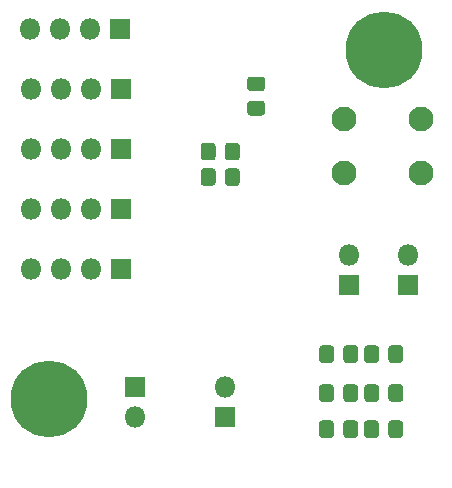
<source format=gbr>
%TF.GenerationSoftware,KiCad,Pcbnew,(5.1.6)-1*%
%TF.CreationDate,2020-09-17T21:49:40+02:00*%
%TF.ProjectId,gpioexpander5,6770696f-6578-4706-916e-646572352e6b,rev?*%
%TF.SameCoordinates,Original*%
%TF.FileFunction,Soldermask,Bot*%
%TF.FilePolarity,Negative*%
%FSLAX46Y46*%
G04 Gerber Fmt 4.6, Leading zero omitted, Abs format (unit mm)*
G04 Created by KiCad (PCBNEW (5.1.6)-1) date 2020-09-17 21:49:40*
%MOMM*%
%LPD*%
G01*
G04 APERTURE LIST*
%ADD10C,2.100000*%
%ADD11O,1.800000X1.800000*%
%ADD12R,1.800000X1.800000*%
%ADD13C,6.500000*%
G04 APERTURE END LIST*
D10*
%TO.C,SW1*%
X136375000Y-63627000D03*
X136375000Y-59127000D03*
X142875000Y-63627000D03*
X142875000Y-59127000D03*
%TD*%
D11*
%TO.C,J9*%
X136779000Y-70612000D03*
D12*
X136779000Y-73152000D03*
%TD*%
D13*
%TO.C,H2*%
X111379000Y-82804000D03*
%TD*%
%TO.C,H1*%
X139700000Y-53213000D03*
%TD*%
%TO.C,R9*%
G36*
G01*
X135490000Y-78515738D02*
X135490000Y-79472262D01*
G75*
G02*
X135218262Y-79744000I-271738J0D01*
G01*
X134511738Y-79744000D01*
G75*
G02*
X134240000Y-79472262I0J271738D01*
G01*
X134240000Y-78515738D01*
G75*
G02*
X134511738Y-78244000I271738J0D01*
G01*
X135218262Y-78244000D01*
G75*
G02*
X135490000Y-78515738I0J-271738D01*
G01*
G37*
G36*
G01*
X137540000Y-78515738D02*
X137540000Y-79472262D01*
G75*
G02*
X137268262Y-79744000I-271738J0D01*
G01*
X136561738Y-79744000D01*
G75*
G02*
X136290000Y-79472262I0J271738D01*
G01*
X136290000Y-78515738D01*
G75*
G02*
X136561738Y-78244000I271738J0D01*
G01*
X137268262Y-78244000D01*
G75*
G02*
X137540000Y-78515738I0J-271738D01*
G01*
G37*
%TD*%
%TO.C,R8*%
G36*
G01*
X139300000Y-78515738D02*
X139300000Y-79472262D01*
G75*
G02*
X139028262Y-79744000I-271738J0D01*
G01*
X138321738Y-79744000D01*
G75*
G02*
X138050000Y-79472262I0J271738D01*
G01*
X138050000Y-78515738D01*
G75*
G02*
X138321738Y-78244000I271738J0D01*
G01*
X139028262Y-78244000D01*
G75*
G02*
X139300000Y-78515738I0J-271738D01*
G01*
G37*
G36*
G01*
X141350000Y-78515738D02*
X141350000Y-79472262D01*
G75*
G02*
X141078262Y-79744000I-271738J0D01*
G01*
X140371738Y-79744000D01*
G75*
G02*
X140100000Y-79472262I0J271738D01*
G01*
X140100000Y-78515738D01*
G75*
G02*
X140371738Y-78244000I271738J0D01*
G01*
X141078262Y-78244000D01*
G75*
G02*
X141350000Y-78515738I0J-271738D01*
G01*
G37*
%TD*%
%TO.C,R7*%
G36*
G01*
X135481000Y-81817738D02*
X135481000Y-82774262D01*
G75*
G02*
X135209262Y-83046000I-271738J0D01*
G01*
X134502738Y-83046000D01*
G75*
G02*
X134231000Y-82774262I0J271738D01*
G01*
X134231000Y-81817738D01*
G75*
G02*
X134502738Y-81546000I271738J0D01*
G01*
X135209262Y-81546000D01*
G75*
G02*
X135481000Y-81817738I0J-271738D01*
G01*
G37*
G36*
G01*
X137531000Y-81817738D02*
X137531000Y-82774262D01*
G75*
G02*
X137259262Y-83046000I-271738J0D01*
G01*
X136552738Y-83046000D01*
G75*
G02*
X136281000Y-82774262I0J271738D01*
G01*
X136281000Y-81817738D01*
G75*
G02*
X136552738Y-81546000I271738J0D01*
G01*
X137259262Y-81546000D01*
G75*
G02*
X137531000Y-81817738I0J-271738D01*
G01*
G37*
%TD*%
%TO.C,R6*%
G36*
G01*
X139309000Y-81817738D02*
X139309000Y-82774262D01*
G75*
G02*
X139037262Y-83046000I-271738J0D01*
G01*
X138330738Y-83046000D01*
G75*
G02*
X138059000Y-82774262I0J271738D01*
G01*
X138059000Y-81817738D01*
G75*
G02*
X138330738Y-81546000I271738J0D01*
G01*
X139037262Y-81546000D01*
G75*
G02*
X139309000Y-81817738I0J-271738D01*
G01*
G37*
G36*
G01*
X141359000Y-81817738D02*
X141359000Y-82774262D01*
G75*
G02*
X141087262Y-83046000I-271738J0D01*
G01*
X140380738Y-83046000D01*
G75*
G02*
X140109000Y-82774262I0J271738D01*
G01*
X140109000Y-81817738D01*
G75*
G02*
X140380738Y-81546000I271738J0D01*
G01*
X141087262Y-81546000D01*
G75*
G02*
X141359000Y-81817738I0J-271738D01*
G01*
G37*
%TD*%
%TO.C,R5*%
G36*
G01*
X135481000Y-84865738D02*
X135481000Y-85822262D01*
G75*
G02*
X135209262Y-86094000I-271738J0D01*
G01*
X134502738Y-86094000D01*
G75*
G02*
X134231000Y-85822262I0J271738D01*
G01*
X134231000Y-84865738D01*
G75*
G02*
X134502738Y-84594000I271738J0D01*
G01*
X135209262Y-84594000D01*
G75*
G02*
X135481000Y-84865738I0J-271738D01*
G01*
G37*
G36*
G01*
X137531000Y-84865738D02*
X137531000Y-85822262D01*
G75*
G02*
X137259262Y-86094000I-271738J0D01*
G01*
X136552738Y-86094000D01*
G75*
G02*
X136281000Y-85822262I0J271738D01*
G01*
X136281000Y-84865738D01*
G75*
G02*
X136552738Y-84594000I271738J0D01*
G01*
X137259262Y-84594000D01*
G75*
G02*
X137531000Y-84865738I0J-271738D01*
G01*
G37*
%TD*%
%TO.C,R4*%
G36*
G01*
X139291000Y-84865738D02*
X139291000Y-85822262D01*
G75*
G02*
X139019262Y-86094000I-271738J0D01*
G01*
X138312738Y-86094000D01*
G75*
G02*
X138041000Y-85822262I0J271738D01*
G01*
X138041000Y-84865738D01*
G75*
G02*
X138312738Y-84594000I271738J0D01*
G01*
X139019262Y-84594000D01*
G75*
G02*
X139291000Y-84865738I0J-271738D01*
G01*
G37*
G36*
G01*
X141341000Y-84865738D02*
X141341000Y-85822262D01*
G75*
G02*
X141069262Y-86094000I-271738J0D01*
G01*
X140362738Y-86094000D01*
G75*
G02*
X140091000Y-85822262I0J271738D01*
G01*
X140091000Y-84865738D01*
G75*
G02*
X140362738Y-84594000I271738J0D01*
G01*
X141069262Y-84594000D01*
G75*
G02*
X141341000Y-84865738I0J-271738D01*
G01*
G37*
%TD*%
%TO.C,R3*%
G36*
G01*
X125466000Y-63529738D02*
X125466000Y-64486262D01*
G75*
G02*
X125194262Y-64758000I-271738J0D01*
G01*
X124487738Y-64758000D01*
G75*
G02*
X124216000Y-64486262I0J271738D01*
G01*
X124216000Y-63529738D01*
G75*
G02*
X124487738Y-63258000I271738J0D01*
G01*
X125194262Y-63258000D01*
G75*
G02*
X125466000Y-63529738I0J-271738D01*
G01*
G37*
G36*
G01*
X127516000Y-63529738D02*
X127516000Y-64486262D01*
G75*
G02*
X127244262Y-64758000I-271738J0D01*
G01*
X126537738Y-64758000D01*
G75*
G02*
X126266000Y-64486262I0J271738D01*
G01*
X126266000Y-63529738D01*
G75*
G02*
X126537738Y-63258000I271738J0D01*
G01*
X127244262Y-63258000D01*
G75*
G02*
X127516000Y-63529738I0J-271738D01*
G01*
G37*
%TD*%
%TO.C,R2*%
G36*
G01*
X125466000Y-61370738D02*
X125466000Y-62327262D01*
G75*
G02*
X125194262Y-62599000I-271738J0D01*
G01*
X124487738Y-62599000D01*
G75*
G02*
X124216000Y-62327262I0J271738D01*
G01*
X124216000Y-61370738D01*
G75*
G02*
X124487738Y-61099000I271738J0D01*
G01*
X125194262Y-61099000D01*
G75*
G02*
X125466000Y-61370738I0J-271738D01*
G01*
G37*
G36*
G01*
X127516000Y-61370738D02*
X127516000Y-62327262D01*
G75*
G02*
X127244262Y-62599000I-271738J0D01*
G01*
X126537738Y-62599000D01*
G75*
G02*
X126266000Y-62327262I0J271738D01*
G01*
X126266000Y-61370738D01*
G75*
G02*
X126537738Y-61099000I271738J0D01*
G01*
X127244262Y-61099000D01*
G75*
G02*
X127516000Y-61370738I0J-271738D01*
G01*
G37*
%TD*%
%TO.C,R1*%
G36*
G01*
X129383262Y-56741000D02*
X128426738Y-56741000D01*
G75*
G02*
X128155000Y-56469262I0J271738D01*
G01*
X128155000Y-55762738D01*
G75*
G02*
X128426738Y-55491000I271738J0D01*
G01*
X129383262Y-55491000D01*
G75*
G02*
X129655000Y-55762738I0J-271738D01*
G01*
X129655000Y-56469262D01*
G75*
G02*
X129383262Y-56741000I-271738J0D01*
G01*
G37*
G36*
G01*
X129383262Y-58791000D02*
X128426738Y-58791000D01*
G75*
G02*
X128155000Y-58519262I0J271738D01*
G01*
X128155000Y-57812738D01*
G75*
G02*
X128426738Y-57541000I271738J0D01*
G01*
X129383262Y-57541000D01*
G75*
G02*
X129655000Y-57812738I0J-271738D01*
G01*
X129655000Y-58519262D01*
G75*
G02*
X129383262Y-58791000I-271738J0D01*
G01*
G37*
%TD*%
D11*
%TO.C,J8*%
X141732000Y-70612000D03*
D12*
X141732000Y-73152000D03*
%TD*%
D11*
%TO.C,J7*%
X109855000Y-71755000D03*
X112395000Y-71755000D03*
X114935000Y-71755000D03*
D12*
X117475000Y-71755000D03*
%TD*%
D11*
%TO.C,J6*%
X109855000Y-66675000D03*
X112395000Y-66675000D03*
X114935000Y-66675000D03*
D12*
X117475000Y-66675000D03*
%TD*%
D11*
%TO.C,J5*%
X109855000Y-61595000D03*
X112395000Y-61595000D03*
X114935000Y-61595000D03*
D12*
X117475000Y-61595000D03*
%TD*%
D11*
%TO.C,J4*%
X109855000Y-56515000D03*
X112395000Y-56515000D03*
X114935000Y-56515000D03*
D12*
X117475000Y-56515000D03*
%TD*%
D11*
%TO.C,J3*%
X109728000Y-51435000D03*
X112268000Y-51435000D03*
X114808000Y-51435000D03*
D12*
X117348000Y-51435000D03*
%TD*%
D11*
%TO.C,J2*%
X118618000Y-84328000D03*
D12*
X118618000Y-81788000D03*
%TD*%
D11*
%TO.C,J1*%
X126238000Y-81788000D03*
D12*
X126238000Y-84328000D03*
%TD*%
M02*

</source>
